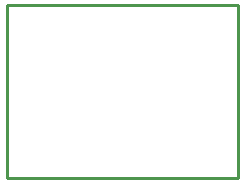
<source format=gko>
G04 Layer: BoardOutline*
G04 EasyEDA v6.4.7, 2021-01-18T10:53:27+01:00*
G04 aa4ddc66a76449b48dffd980d3e90acf,8dc9eacff13444d6b60fd3cb587e6cd5,01*
G04 Gerber Generator version 0.2*
G04 Scale: 100 percent, Rotated: No, Reflected: No *
G04 Dimensions in inches *
G04 leading zeros omitted , absolute positions ,2 integer and 4 decimal *
%FSLAX24Y24*%
%MOIN*%
G90*
D02*

%ADD10C,0.010000*%
G54D10*
G01X0Y0D02*
G01X7677Y0D01*
G01X7677Y5755D01*
G01X0Y5755D01*
G01X0Y0D01*

%LPD*%
M00*
M02*

</source>
